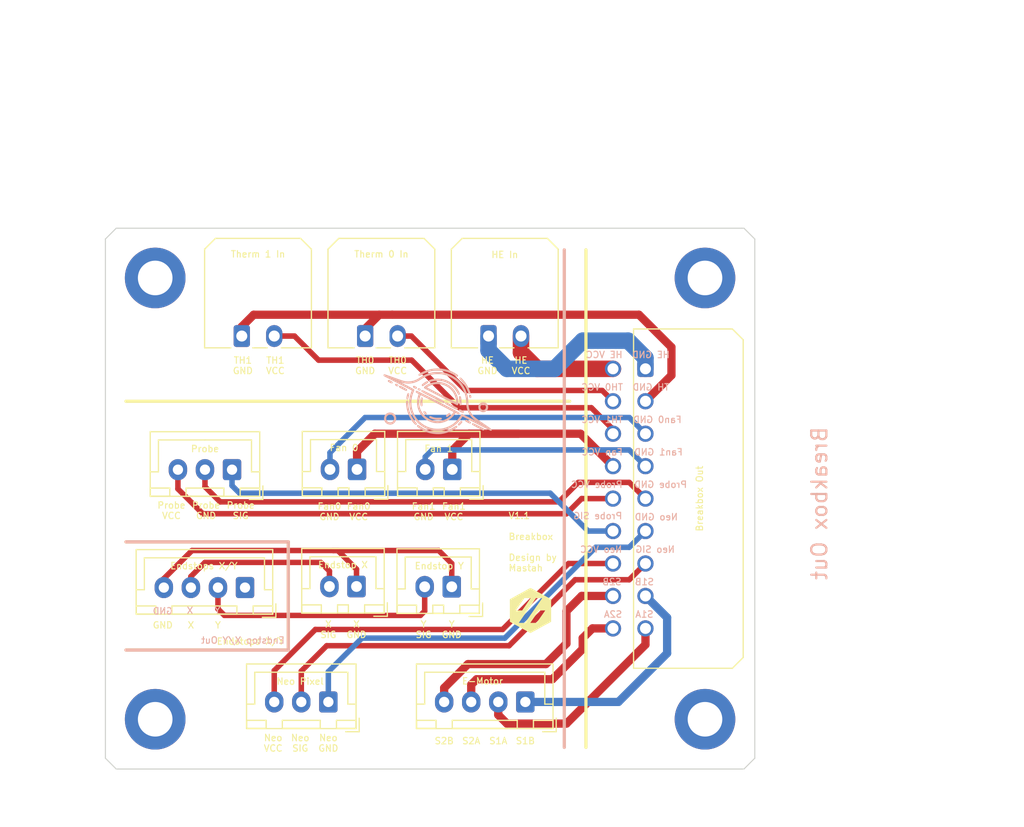
<source format=kicad_pcb>
(kicad_pcb (version 20211014) (generator pcbnew)
  (layers (0 "F.Cu" signal) (31 "B.Cu" signal) (34 "B.Paste" user) (35 "F.Paste" user) (36 "B.SilkS" user "B.Silkscreen") (37 "F.SilkS" user "F.Silkscreen") (38 "B.Mask" user) (39 "F.Mask" user) (44 "Edge.Cuts" user))
  (net 0 "")
  (footprint "MountingHole:MountingHole_3.2mm_M3_DIN965_Pad" (layer "F.Cu") (at 54.7 95.4)
    (fp_text reference "REF**" hide)
    (fp_text value "MountingHole_3.2mm_M3_DIN965_Pad")
    (pad "1" thru_hole circle (at 0 0) (size 5.6 5.6) (drill 3.2) (layers *.Cu *.Mask))
  )
  (footprint "MountingHole:MountingHole_3.2mm_M3_DIN965_Pad" (layer "F.Cu") (at 105.5 54.6)
    (fp_text reference "REF**" hide)
    (fp_text value "MountingHole_3.2mm_M3_DIN965_Pad")
    (pad "1" thru_hole circle (at 0 0) (size 5.6 5.6) (drill 3.2) (layers *.Cu *.Mask))
  )
  (footprint "Connector_Molex:Molex_Micro-Fit_3.0_43045-1800_2x09_P3.00mm_Horizontal" (layer "F.Cu") (at 100 63 -90)
    (fp_text reference "Breakbox Out" (at 12 -5 90) (layer "F.SilkS") (effects (font (size 0.6 0.6) (thickness 0.1))))
    (fp_text value "Molex_Micro-Fit_3.0_43045-1800_2x09_P3.00mm_Horizontal")
    (pad "" np_thru_hole circle (at 21.86 -4.32 270) (size 3 3) (drill 3) (layers *.Cu *.Mask))
    (pad "" np_thru_hole circle (at 2.16 -4.32 270) (size 3 3) (drill 3) (layers *.Cu *.Mask))
    (pad "1" thru_hole roundrect (at 0 0 270) (size 1.5 1.5) (drill 1.02) (layers *.Cu *.Mask) (roundrect_rratio 0.1666673333))
    (pad "2" thru_hole circle (at 3 0 270) (size 1.5 1.5) (drill 1.02) (layers *.Cu *.Mask))
    (pad "3" thru_hole circle (at 6 0 270) (size 1.5 1.5) (drill 1.02) (layers *.Cu *.Mask))
    (pad "4" thru_hole circle (at 9 0 270) (size 1.5 1.5) (drill 1.02) (layers *.Cu *.Mask))
    (pad "5" thru_hole circle (at 12 0 270) (size 1.5 1.5) (drill 1.02) (layers *.Cu *.Mask))
    (pad "6" thru_hole circle (at 15 0 270) (size 1.5 1.5) (drill 1.02) (layers *.Cu *.Mask))
    (pad "7" thru_hole circle (at 18 0 270) (size 1.5 1.5) (drill 1.02) (layers *.Cu *.Mask))
    (pad "8" thru_hole circle (at 21 0 270) (size 1.5 1.5) (drill 1.02) (layers *.Cu *.Mask))
    (pad "9" thru_hole circle (at 24 0 270) (size 1.5 1.5) (drill 1.02) (layers *.Cu *.Mask))
    (pad "10" thru_hole circle (at 0 3 270) (size 1.5 1.5) (drill 1.02) (layers *.Cu *.Mask))
    (pad "11" thru_hole circle (at 3 3 270) (size 1.5 1.5) (drill 1.02) (layers *.Cu *.Mask))
    (pad "12" thru_hole circle (at 6 3 270) (size 1.5 1.5) (drill 1.02) (layers *.Cu *.Mask))
    (pad "13" thru_hole circle (at 9 3 270) (size 1.5 1.5) (drill 1.02) (layers *.Cu *.Mask))
    (pad "14" thru_hole circle (at 12 3 270) (size 1.5 1.5) (drill 1.02) (layers *.Cu *.Mask))
    (pad "15" thru_hole circle (at 15 3 270) (size 1.5 1.5) (drill 1.02) (layers *.Cu *.Mask))
    (pad "16" thru_hole circle (at 18 3 270) (size 1.5 1.5) (drill 1.02) (layers *.Cu *.Mask))
    (pad "17" thru_hole circle (at 21 3 270) (size 1.5 1.5) (drill 1.02) (layers *.Cu *.Mask))
    (pad "18" thru_hole circle (at 24 3 270) (size 1.5 1.5) (drill 1.02) (layers *.Cu *.Mask))
  )
  (footprint "Connector_JST:JST_XH_B3B-XH-A_1x03_P2.50mm_Vertical" (layer "F.Cu") (at 70.7 93.8 180)
    (fp_text reference "Neo Pixel" (at 2.6 1.9) (layer "F.SilkS") (effects (font (size 0.6 0.6) (thickness 0.1))))
    (fp_text value "JST_XH_B3B-XH-A_1x03_P2.50mm_Vertical")
    (pad "1" thru_hole roundrect (at 0 0 180) (size 1.7 1.95) (drill 0.95) (layers *.Cu *.Mask) (roundrect_rratio 0.1470588235))
    (pad "2" thru_hole oval (at 2.5 0 180) (size 1.7 1.95) (drill 0.95) (layers *.Cu *.Mask))
    (pad "3" thru_hole oval (at 5 0 180) (size 1.7 1.95) (drill 0.95) (layers *.Cu *.Mask))
  )
  (footprint "Connector_JST:JST_XH_B2B-XH-A_1x02_P2.50mm_Vertical" (layer "F.Cu") (at 82.15 72.3 180)
    (fp_text reference "Fan 1" (at 1.25 1.925) (layer "F.SilkS") (effects (font (size 0.6 0.6) (thickness 0.1))))
    (fp_text value "JST_XH_B2B-XH-A_1x02_P2.50mm_Vertical")
    (pad "1" thru_hole roundrect (at 0 0 180) (size 1.7 2) (drill 1) (layers *.Cu *.Mask) (roundrect_rratio 0.1470588235))
    (pad "2" thru_hole oval (at 2.5 0 180) (size 1.7 2) (drill 1) (layers *.Cu *.Mask))
  )
  (footprint "MountingHole:MountingHole_3.2mm_M3_DIN965_Pad" (layer "F.Cu") (at 54.7 54.6)
    (fp_text reference "REF**" hide)
    (fp_text value "MountingHole_3.2mm_M3_DIN965_Pad")
    (pad "1" thru_hole circle (at 0 0) (size 5.6 5.6) (drill 3.2) (layers *.Cu *.Mask))
  )
  (footprint "Connector_Molex:Molex_Micro-Fit_3.0_43650-0200_1x02_P3.00mm_Horizontal" (layer "F.Cu") (at 74.1 59.97)
    (fp_text reference "Therm 0 In" (at 1.5 -7.57) (layer "F.SilkS") (effects (font (size 0.6 0.6) (thickness 0.1))))
    (fp_text value "Molex_Micro-Fit_3.0_43650-0200_1x02_P3.00mm_Horizontal")
    (pad "" np_thru_hole circle (at 1.5 -4.32) (size 3 3) (drill 3) (layers *.Cu *.Mask))
    (pad "1" thru_hole roundrect (at 0 0) (size 1.5 2.02) (drill 1.02) (layers *.Cu *.Mask) (roundrect_rratio 0.1666673333))
    (pad "2" thru_hole oval (at 3 0) (size 1.5 2.02) (drill 1.02) (layers *.Cu *.Mask))
  )
  (footprint "Connector_JST:JST_XH_B3B-XH-A_1x03_P2.50mm_Vertical" (layer "F.Cu") (at 61.8 72.325 180)
    (fp_text reference "Probe" (at 2.5 1.925) (layer "F.SilkS") (effects (font (size 0.6 0.6) (thickness 0.1))))
    (fp_text value "JST_XH_B3B-XH-A_1x03_P2.50mm_Vertical")
    (pad "1" thru_hole roundrect (at 0 0 180) (size 1.7 1.95) (drill 0.95) (layers *.Cu *.Mask) (roundrect_rratio 0.1470588235))
    (pad "2" thru_hole oval (at 2.5 0 180) (size 1.7 1.95) (drill 0.95) (layers *.Cu *.Mask))
    (pad "3" thru_hole oval (at 5 0 180) (size 1.7 1.95) (drill 0.95) (layers *.Cu *.Mask))
  )
  (footprint "Connector_JST:JST_XH_B2B-XH-A_1x02_P2.50mm_Vertical" (layer "F.Cu") (at 82.1 83.15 180)
    (fp_text reference "Endstop Y" (at 1.15 1.925) (layer "F.SilkS") (effects (font (size 0.6 0.6) (thickness 0.1))))
    (fp_text value "JST_XH_B2B-XH-A_1x02_P2.50mm_Vertical")
    (pad "1" thru_hole roundrect (at 0 0 180) (size 1.7 2) (drill 1) (layers *.Cu *.Mask) (roundrect_rratio 0.1470588235))
    (pad "2" thru_hole oval (at 2.5 0 180) (size 1.7 2) (drill 1) (layers *.Cu *.Mask))
  )
  (footprint "Connector_Molex:Molex_Micro-Fit_3.0_43650-0200_1x02_P3.00mm_Horizontal" (layer "F.Cu") (at 62.7 59.97)
    (fp_text reference "Therm 1 In" (at 1.5 -7.57) (layer "F.SilkS") (effects (font (size 0.6 0.6) (thickness 0.1))))
    (fp_text value "Molex_Micro-Fit_3.0_43650-0200_1x02_P3.00mm_Horizontal")
    (pad "" np_thru_hole circle (at 1.5 -4.32) (size 3 3) (drill 3) (layers *.Cu *.Mask))
    (pad "1" thru_hole roundrect (at 0 0) (size 1.5 2.02) (drill 1.02) (layers *.Cu *.Mask) (roundrect_rratio 0.1666673333))
    (pad "2" thru_hole oval (at 3 0) (size 1.5 2.02) (drill 1.02) (layers *.Cu *.Mask))
  )
  (footprint "Connector_JST:JST_XH_B4B-XH-A_1x04_P2.50mm_Vertical" (layer "F.Cu") (at 88.9 93.8 180)
    (fp_text reference "E-Motor" (at 3.95 1.925) (layer "F.SilkS") (effects (font (size 0.6 0.6) (thickness 0.1))))
    (fp_text value "JST_XH_B4B-XH-A_1x04_P2.50mm_Vertical")
    (pad "1" thru_hole roundrect (at 0 0 180) (size 1.7 1.95) (drill 0.95) (layers *.Cu *.Mask) (roundrect_rratio 0.1470588235))
    (pad "2" thru_hole oval (at 2.5 0 180) (size 1.7 1.95) (drill 0.95) (layers *.Cu *.Mask))
    (pad "3" thru_hole oval (at 5 0 180) (size 1.7 1.95) (drill 0.95) (layers *.Cu *.Mask))
    (pad "4" thru_hole oval (at 7.5 0 180) (size 1.7 1.95) (drill 0.95) (layers *.Cu *.Mask))
  )
  (footprint "Connector_Molex:Molex_Micro-Fit_3.0_43650-0200_1x02_P3.00mm_Horizontal" (layer "F.Cu") (at 85.5 59.97)
    (fp_text reference "HE In" (at 1.5 -7.52) (layer "F.SilkS") (effects (font (size 0.6 0.6) (thickness 0.1))))
    (fp_text value "Molex_Micro-Fit_3.0_43650-0200_1x02_P3.00mm_Horizontal")
    (pad "" np_thru_hole circle (at 1.5 -4.32) (size 3 3) (drill 3) (layers *.Cu *.Mask))
    (pad "1" thru_hole roundrect (at 0 0) (size 1.5 2.02) (drill 1.02) (layers *.Cu *.Mask) (roundrect_rratio 0.1666673333))
    (pad "2" thru_hole oval (at 3 0) (size 1.5 2.02) (drill 1.02) (layers *.Cu *.Mask))
  )
  (footprint "MountingHole:MountingHole_3.2mm_M3_DIN965_Pad" (layer "F.Cu") (at 105.5 95.4)
    (fp_text reference "REF**" hide)
    (fp_text value "MountingHole_3.2mm_M3_DIN965_Pad")
    (pad "1" thru_hole circle (at 0 0) (size 5.6 5.6) (drill 3.2) (layers *.Cu *.Mask))
  )
  (footprint "Connector_JST:JST_XH_B4B-XH-A_1x04_P2.50mm_Vertical" (layer "F.Cu") (at 63 83.225 180)
    (fp_text reference "Endstops X/Y" (at 3.8 2) (layer "F.SilkS") (effects (font (size 0.6 0.6) (thickness 0.1))))
    (fp_text value "JST_XH_B4B-XH-A_1x04_P2.50mm_Vertical")
    (pad "1" thru_hole roundrect (at 0 0 180) (size 1.7 1.95) (drill 0.95) (layers *.Cu *.Mask) (roundrect_rratio 0.1470588235))
    (pad "2" thru_hole oval (at 2.5 0 180) (size 1.7 1.95) (drill 0.95) (layers *.Cu *.Mask))
    (pad "3" thru_hole oval (at 5 0 180) (size 1.7 1.95) (drill 0.95) (layers *.Cu *.Mask))
    (pad "4" thru_hole oval (at 7.5 0 180) (size 1.7 1.95) (drill 0.95) (layers *.Cu *.Mask))
  )
  (footprint "Connector_JST:JST_XH_B2B-XH-A_1x02_P2.50mm_Vertical" (layer "F.Cu") (at 73.35 72.3 180)
    (fp_text reference "Fan 0" (at 1.2 2) (layer "F.SilkS") (effects (font (size 0.6 0.6) (thickness 0.1))))
    (fp_text value "JST_XH_B2B-XH-A_1x02_P2.50mm_Vertical")
    (pad "1" thru_hole roundrect (at 0 0 180) (size 1.7 2) (drill 1) (layers *.Cu *.Mask) (roundrect_rratio 0.1470588235))
    (pad "2" thru_hole oval (at 2.5 0 180) (size 1.7 2) (drill 1) (layers *.Cu *.Mask))
  )
  (footprint "voron_logo:voron_logo_5x5_negatif" (layer "F.Cu") (at 89.4 85.3)
    (fp_text reference "G***" hide)
    (fp_text value "LOGO" hide)
  )
  (footprint "Connector_JST:JST_XH_B2B-XH-A_1x02_P2.50mm_Vertical" (layer "F.Cu") (at 73.3 83.125 180)
    (fp_text reference "Endstop X" (at 1.25 2) (layer "F.SilkS") (effects (font (size 0.6 0.6) (thickness 0.1))))
    (fp_text value "JST_XH_B2B-XH-A_1x02_P2.50mm_Vertical")
    (pad "1" thru_hole roundrect (at 0 0 180) (size 1.7 2) (drill 1) (layers *.Cu *.Mask) (roundrect_rratio 0.1470588235))
    (pad "2" thru_hole oval (at 2.5 0 180) (size 1.7 2) (drill 1) (layers *.Cu *.Mask))
  )
  (footprint "voron_logo:black_hole_10x10" (layer "B.Cu") (at 80.8 66 180)
    (fp_text reference "G***" hide)
    (fp_text value "LOGO" hide)
  )
  (gr_line (start 52 79) (end 67 79) (layer "B.SilkS") (width 0.3))
  (gr_line (start 92.5 52) (end 92.5 98) (layer "B.SilkS") (width 0.3))
  (gr_line (start 67 89) (end 52 89) (layer "B.SilkS") (width 0.3))
  (gr_line (start 67 79) (end 67 89) (layer "B.SilkS") (width 0.3))
  (gr_line (start 67 89) (end 52 89) (layer "F.SilkS") (width 0.3))
  (gr_line (start 52 79) (end 67 79) (layer "F.SilkS") (width 0.3))
  (gr_line (start 52 66) (end 93 66) (layer "F.SilkS") (width 0.3))
  (gr_line (start 94.5 52) (end 94.5 98) (layer "F.SilkS") (width 0.3))
  (gr_line (start 67 79) (end 67 89) (layer "F.SilkS") (width 0.3))
  (gr_line (start 51.1 100) (end 50.1 99) (layer "Edge.Cuts") (width 0.1))
  (gr_line (start 50.1 99) (end 50.1 51) (layer "Edge.Cuts") (width 0.1))
  (gr_line (start 109.1 50) (end 110.1 51) (layer "Edge.Cuts") (width 0.1))
  (gr_line (start 109.1 100) (end 51.1 100) (layer "Edge.Cuts") (width 0.1))
  (gr_line (start 50.1 51) (end 51.1 50) (layer "Edge.Cuts") (width 0.1))
  (gr_line (start 110.1 51) (end 110.1 99) (layer "Edge.Cuts") (width 0.1))
  (gr_line (start 51.1 50) (end 109.1 50) (layer "Edge.Cuts") (width 0.1))
  (gr_line (start 110.1 99) (end 109.1 100) (layer "Edge.Cuts") (width 0.1))
  (gr_text "TH1 VCC" (at 96 67.7) (layer "B.SilkS") (effects (font (size 0.6 0.6) (thickness 0.1)) (justify mirror)))
  (gr_text "Y" (at 60.452 85.344) (layer "B.SilkS") (effects (font (size 0.6 0.6) (thickness 0.1)) (justify mirror)))
  (gr_text "Probe GND" (at 101.4 73.7) (layer "B.SilkS") (effects (font (size 0.6 0.6) (thickness 0.1)) (justify mirror)))
  (gr_text "Fan VCC" (at 96 70.7) (layer "B.SilkS") (effects (font (size 0.6 0.6) (thickness 0.1)) (justify mirror)))
  (gr_text "Probe VCC" (at 95.5 73.7) (layer "B.SilkS") (effects (font (size 0.6 0.6) (thickness 0.1)) (justify mirror)))
  (gr_text "Neo GND" (at 101 76.7) (layer "B.SilkS") (effects (font (size 0.6 0.6) (thickness 0.1)) (justify mirror)))
  (gr_text "TH GND" (at 100.5 64.7) (layer "B.SilkS") (effects (font (size 0.6 0.6) (thickness 0.1)) (justify mirror)))
  (gr_text "S2A" (at 97 85.7) (layer "B.SilkS") (effects (font (size 0.6 0.6) (thickness 0.1)) (justify mirror)))
  (gr_text "TH0 VCC" (at 96 64.7) (layer "B.SilkS") (effects (font (size 0.6 0.6) (thickness 0.1)) (justify mirror)))
  (gr_text "Fan1 GND" (at 101.2 70.7) (layer "B.SilkS") (effects (font (size 0.6 0.6) (thickness 0.1)) (justify mirror)))
  (gr_text "GND" (at 55.4 85.4) (layer "B.SilkS") (effects (font (size 0.6 0.6) (thickness 0.1)) (justify mirror)))
  (gr_text "Breakbox Out" (at 116.078 75.438 90) (layer "B.SilkS") (effects (font (size 1.4 1.4) (thickness 0.2)) (justify mirror)))
  (gr_text "Probe SIG" (at 95.6 76.6) (layer "B.SilkS") (effects (font (size 0.6 0.6) (thickness 0.1)) (justify mirror)))
  (gr_text "S1B" (at 99.9 82.7) (layer "B.SilkS") (effects (font (size 0.6 0.6) (thickness 0.1)) (justify mirror)))
  (gr_text "S1A" (at 99.9 85.7) (layer "B.SilkS") (effects (font (size 0.6 0.6) (thickness 0.1)) (justify mirror)))
  (gr_text "X" (at 57.912 85.344) (layer "B.SilkS") (effects (font (size 0.6 0.6) (thickness 0.1)) (justify mirror)))
  (gr_text "Endstop X/Y Out" (at 62.8 88.1) (layer "B.SilkS") (effects (font (size 0.6 0.6) (thickness 0.1)) (justify mirror)))
  (gr_text "HE VCC" (at 96.2 61.7) (layer "B.SilkS") (effects (font (size 0.6 0.6) (thickness 0.1)) (justify mirror)))
  (gr_text "S2B" (at 96.9 82.7) (layer "B.SilkS") (effects (font (size 0.6 0.6) (thickness 0.1)) (justify mirror)))
  (gr_text "Neo SIG" (at 100.9 79.7) (layer "B.SilkS") (effects (font (size 0.6 0.6) (thickness 0.1)) (justify mirror)))
  (gr_text "Neo VCC" (at 95.9 79.7) (layer "B.SilkS") (effects (font (size 0.6 0.6) (thickness 0.1)) (justify mirror)))
  (gr_text "HE GND" (at 100.5 61.7) (layer "B.SilkS") (effects (font (size 0.6 0.6) (thickness 0.1)) (justify mirror)))
  (gr_text "Fan0 GND" (at 101.1 67.7) (layer "B.SilkS") (effects (font (size 0.6 0.6) (thickness 0.1)) (justify mirror)))
  (gr_text "Endstops X/Y" (at 63.5 88.2) (layer "F.SilkS") (effects (font (size 0.6 0.6) (thickness 0.1))))
  (gr_text "X\nGND" (at 73.3 87.1) (layer "F.SilkS") (effects (font (size 0.6 0.6) (thickness 0.1))))
  (gr_text "TH1\nGND" (at 62.8 62.7) (layer "F.SilkS") (effects (font (size 0.6 0.6) (thickness 0.1))))
  (gr_text "V1.1\n\nBreakbox\n\nDesign by\nMastah" (at 87.3 79) (layer "F.SilkS") (effects (font (size 0.6 0.6) (thickness 0.1)) (justify left)))
  (gr_text "Neo\nVCC" (at 65.6 97.6) (layer "F.SilkS") (effects (font (size 0.6 0.6) (thickness 0.1))))
  (gr_text "Probe\nVCC" (at 56.2 76.1) (layer "F.SilkS") (effects (font (size 0.6 0.6) (thickness 0.1))))
  (gr_text "Y\nGND" (at 82.1 87.1) (layer "F.SilkS") (effects (font (size 0.6 0.6) (thickness 0.1))))
  (gr_text "HE\nGND" (at 85.4 62.7) (layer "F.SilkS") (effects (font (size 0.6 0.6) (thickness 0.1))))
  (gr_text "Fan0\nVCC" (at 73.5 76.2) (layer "F.SilkS") (effects (font (size 0.6 0.6) (thickness 0.1))))
  (gr_text "HE\nVCC" (at 88.5 62.7) (layer "F.SilkS") (effects (font (size 0.6 0.6) (thickness 0.1))))
  (gr_text "X\nSIG" (at 70.7 87.1) (layer "F.SilkS") (effects (font (size 0.6 0.6) (thickness 0.1))))
  (gr_text "TH0\nGND" (at 74.1 62.7) (layer "F.SilkS") (effects (font (size 0.6 0.6) (thickness 0.1))))
  (gr_text "TH1\nVCC" (at 65.8 62.7) (layer "F.SilkS") (effects (font (size 0.6 0.6) (thickness 0.1))))
  (gr_text "S1B" (at 88.9 97.4) (layer "F.SilkS") (effects (font (size 0.6 0.6) (thickness 0.1))))
  (gr_text "S1A" (at 86.4 97.4) (layer "F.SilkS") (effects (font (size 0.6 0.6) (thickness 0.1))))
  (gr_text "Neo\nSIG" (at 68.1 97.6) (layer "F.SilkS") (effects (font (size 0.6 0.6) (thickness 0.1))))
  (gr_text "Y\nSIG" (at 79.5 87.1) (layer "F.SilkS") (effects (font (size 0.6 0.6) (thickness 0.1))))
  (gr_text "TH0\nVCC" (at 77.1 62.7) (layer "F.SilkS") (effects (font (size 0.6 0.6) (thickness 0.1))))
  (gr_text "S2B" (at 81.4 97.4) (layer "F.SilkS") (effects (font (size 0.6 0.6) (thickness 0.1))))
  (gr_text "GND" (at 55.4 86.7) (layer "F.SilkS") (effects (font (size 0.6 0.6) (thickness 0.1))))
  (gr_text "S2A" (at 83.9 97.4) (layer "F.SilkS") (effects (font (size 0.6 0.6) (thickness 0.1))))
  (gr_text "Neo\nGND" (at 70.7 97.6) (layer "F.SilkS") (effects (font (size 0.6 0.6) (thickness 0.1))))
  (gr_text "Y" (at 60.5 86.7) (layer "F.SilkS") (effects (font (size 0.6 0.6) (thickness 0.1))))
  (gr_text "Fan0\nGND" (at 70.8 76.2) (layer "F.SilkS") (effects (font (size 0.6 0.6) (thickness 0.1))))
  (gr_text "Probe\nSIG" (at 62.6 76.1) (layer "F.SilkS") (effects (font (size 0.6 0.6) (thickness 0.1))))
  (gr_text "X" (at 58 86.7) (layer "F.SilkS") (effects (font (size 0.6 0.6) (thickness 0.1))))
  (gr_text "Fan1\nGND" (at 79.5 76.2) (layer "F.SilkS") (effects (font (size 0.6 0.6) (thickness 0.1))))
  (gr_text "Probe\nGND" (at 59.4 76.1) (layer "F.SilkS") (effects (font (size 0.6 0.6) (thickness 0.1))))
  (gr_text "Fan1\nVCC" (at 82.3 76.2) (layer "F.SilkS") (effects (font (size 0.6 0.6) (thickness 0.1))))
  (segment (start 102.4 61) (end 102.4 63.6) (width 0.762) (layer "F.Cu") (net 0))
  (segment (start 69.5 87.1) (end 86.8 87.1) (width 0.508) (layer "F.Cu") (net 0))
  (segment (start 74.1 59.97) (end 74.1 59.3) (width 0.762) (layer "F.Cu") (net 0))
  (segment (start 93.8 73.5) (end 98.5 73.5) (width 0.508) (layer "F.Cu") (net 0))
  (segment (start 94.1 75) (end 97 75) (width 0.508) (layer "F.Cu") (net 0))
  (segment (start 78.4 62.2) (end 82.8 66.6) (width 0.508) (layer "F.Cu") (net 0))
  (segment (start 77.1 59.97) (end 78.37 59.97) (width 0.508) (layer "F.Cu") (net 0))
  (segment (start 92.7 88.4) (end 92.7 85.4) (width 0.762) (layer "F.Cu") (net 0))
  (segment (start 79.6 85.4) (end 79.2 85.8) (width 0.508) (layer "F.Cu") (net 0))
  (segment (start 83.9 93.8) (end 83.9 92.2) (width 0.762) (layer "F.Cu") (net 0))
  (segment (start 94.2 87.9) (end 95.1 87) (width 0.762) (layer "F.Cu") (net 0))
  (segment (start 84.4 91.7) (end 91.4 91.7) (width 0.762) (layer "F.Cu") (net 0))
  (segment (start 92 75.3) (end 93.8 73.5) (width 0.508) (layer "F.Cu") (net 0))
  (segment (start 59.3 72.325) (end 59.3 73.9) (width 0.508) (layer "F.Cu") (net 0))
  (segment (start 100 88.5) (end 100 87) (width 0.762) (layer "F.Cu") (net 0))
  (segment (start 86.8 87.1) (end 92.9 81) (width 0.508) (layer "F.Cu") (net 0))
  (segment (start 102.4 63.6) (end 100 66) (width 0.762) (layer "F.Cu") (net 0))
  (segment (start 73.3 83.125) (end 73.3 81.525) (width 0.508) (layer "F.Cu") (net 0))
  (segment (start 90 63) (end 97 63) (width 1.524) (layer "F.Cu") (net 0))
  (segment (start 76.6 58) (end 99.4 58) (width 0.762) (layer "F.Cu") (net 0))
  (segment (start 78.37 59.97) (end 83.4 65) (width 0.508) (layer "F.Cu") (net 0))
  (segment (start 73.35 72.3) (end 73.35 70.65) (width 0.762) (layer "F.Cu") (net 0))
  (segment (start 87.2 95.8) (end 92.7 95.8) (width 0.762) (layer "F.Cu") (net 0))
  (segment (start 88.5 59.97) (end 88.5 61.5) (width 1.524) (layer "F.Cu") (net 0))
  (segment (start 59.3 73.9) (end 60.7 75.3) (width 0.508) (layer "F.Cu") (net 0))
  (segment (start 81.4 93.8) (end 81.4 92.5) (width 0.762) (layer "F.Cu") (net 0))
  (segment (start 92.7 85.4) (end 94.1 84) (width 0.762) (layer "F.Cu") (net 0))
  (segment (start 73.35 70.65) (end 75 69) (width 0.762) (layer "F.Cu") (net 0))
  (segment (start 62.7 59.1) (end 63.8 58) (width 0.762) (layer "F.Cu") (net 0))
  (segment (start 68.2 90.95) (end 70.55 88.6) (width 0.508) (layer "F.Cu") (net 0))
  (segment (start 95.1 87) (end 97 87) (width 0.762) (layer "F.Cu") (net 0))
  (segment (start 83.7 69) (end 88.3 69) (width 0.762) (layer "F.Cu") (net 0))
  (segment (start 97 68.6) (end 97 69) (width 0.508) (layer "F.Cu") (net 0))
  (segment (start 83.4 65) (end 96 65) (width 0.508) (layer "F.Cu") (net 0))
  (segment (start 62.7 59.97) (end 62.7 59.1) (width 0.762) (layer "F.Cu") (net 0))
  (segment (start 86.4 93.8) (end 86.4 95) (width 0.762) (layer "F.Cu") (net 0))
  (segment (start 92.7 95.8) (end 100 88.5) (width 0.762) (layer "F.Cu") (net 0))
  (segment (start 94.1 84) (end 97 84) (width 0.762) (layer "F.Cu") (net 0))
  (segment (start 98.5 73.5) (end 100 75) (width 0.508) (layer "F.Cu") (net 0))
  (segment (start 56.8 72.325) (end 56.8 74.1) (width 0.508) (layer "F.Cu") (net 0))
  (segment (start 60.5 85.2) (end 60.5 83.225) (width 0.508) (layer "F.Cu") (net 0))
  (segment (start 93.5 82.5) (end 98.5 82.5) (width 0.508) (layer "F.Cu") (net 0))
  (segment (start 83.6 90.3) (end 90.8 90.3) (width 0.762) (layer "F.Cu") (net 0))
  (segment (start 87.4 88.6) (end 93.5 82.5) (width 0.508) (layer "F.Cu") (net 0))
  (segment (start 83.9 92.2) (end 84.4 91.7) (width 0.762) (layer "F.Cu") (net 0))
  (segment (start 63.8 58) (end 76.6 58) (width 0.762) (layer "F.Cu") (net 0))
  (segment (start 92.7 76.4) (end 94.1 75) (width 0.508) (layer "F.Cu") (net 0))
  (segment (start 90.8 90.3) (end 92.7 88.4) (width 0.762) (layer "F.Cu") (net 0))
  (segment (start 92.9 81) (end 97 81) (width 0.508) (layer "F.Cu") (net 0))
  (segment (start 56.8 74.1) (end 59.1 76.4) (width 0.508) (layer "F.Cu") (net 0))
  (segment (start 82.15 70.55) (end 83.7 69) (width 0.762) (layer "F.Cu") (net 0))
  (segment (start 82.15 72.3) (end 82.15 70.55) (width 0.762) (layer "F.Cu") (net 0))
  (segment (start 69.8 62.2) (end 78.4 62.2) (width 0.508) (layer "F.Cu") (net 0))
  (segment (start 71.15 79.8) (end 80.9 79.8) (width 0.508) (layer "F.Cu") (net 0))
  (segment (start 70.55 88.6) (end 87.4 88.6) (width 0.508) (layer "F.Cu") (net 0))
  (segment (start 74.1 59.3) (end 75.4 58) (width 0.762) (layer "F.Cu") (net 0))
  (segment (start 99.4 58) (end 102.4 61) (width 0.762) (layer "F.Cu") (net 0))
  (segment (start 80.9 79.8) (end 82.1 81) (width 0.508) (layer "F.Cu") (net 0))
  (segment (start 59.1 76.4) (end 92.7 76.4) (width 0.508) (layer "F.Cu") (net 0))
  (segment (start 70.8 81.7) (end 70 80.9) (width 0.508) (layer "F.Cu") (net 0))
  (segment (start 55.5 82.4) (end 55.5 83.225) (width 0.508) (layer "F.Cu") (net 0))
  (segment (start 61.1 85.8) (end 60.5 85.2) (width 0.508) (layer "F.Cu") (net 0))
  (segment (start 60.7 75.3) (end 92 75.3) (width 0.508) (layer "F.Cu") (net 0))
  (segment (start 65.7 59.97) (end 67.57 59.97) (width 0.508) (layer "F.Cu") (net 0))
  (segment (start 71.575 79.8) (end 71.15 79.8) (width 0.508) (layer "F.Cu") (net 0))
  (segment (start 86.4 95) (end 87.2 95.8) (width 0.762) (layer "F.Cu") (net 0))
  (segment (start 91.4 91.7) (end 94.2 88.9) (width 0.762) (layer "F.Cu") (net 0))
  (segment (start 82.8 66.6) (end 95 66.6) (width 0.508) (layer "F.Cu") (net 0))
  (segment (start 79.6 83.15) (end 79.6 85.4) (width 0.508) (layer "F.Cu") (net 0))
  (segment (start 94.2 88.9) (end 94.2 87.9) (width 0.762) (layer "F.Cu") (net 0))
  (segment (start 58.1 79.8) (end 55.5 82.4) (width 0.508) (layer "F.Cu") (net 0))
  (segment (start 68.2 93.8) (end 68.2 90.95) (width 0.508) (layer "F.Cu") (net 0))
  (segment (start 65.7 93.8) (end 65.7 90.9) (width 0.508) (layer "F.Cu") (net 0))
  (segment (start 82.1 81) (end 82.1 83.15) (width 0.508) (layer "F.Cu") (net 0))
  (segment (start 94 69) (end 97 72) (width 0.762) (layer "F.Cu") (net 0))
  (segment (start 75 69) (end 94 69) (width 0.762) (layer "F.Cu") (net 0))
  (segment (start 70.8 83.125) (end 70.8 81.7) (width 0.508) (layer "F.Cu") (net 0))
  (segment (start 58 82.2) (end 58 83.225) (width 0.508) (layer "F.Cu") (net 0))
  (segment (start 88.5 61.5) (end 90 63) (width 1.524) (layer "F.Cu") (net 0))
  (segment (start 96 65) (end 97 66) (width 0.508) (layer "F.Cu") (net 0))
  (segment (start 59.3 80.9) (end 58 82.2) (width 0.508) (layer "F.Cu") (net 0))
  (segment (start 98.5 82.5) (end 100 81) (width 0.508) (layer "F.Cu") (net 0))
  (segment (start 81.4 92.5) (end 83.6 90.3) (width 0.762) (layer "F.Cu") (net 0))
  (segment (start 95 66.6) (end 97 68.6) (width 0.508) (layer "F.Cu") (net 0))
  (segment (start 79.2 85.8) (end 61.1 85.8) (width 0.508) (layer "F.Cu") (net 0))
  (segment (start 71.15 79.8) (end 58.1 79.8) (width 0.508) (layer "F.Cu") (net 0))
  (segment (start 65.7 90.9) (end 69.5 87.1) (width 0.508) (layer "F.Cu") (net 0))
  (segment (start 67.57 59.97) (end 69.8 62.2) (width 0.508) (layer "F.Cu") (net 0))
  (segment (start 70 80.9) (end 59.3 80.9) (width 0.508) (layer "F.Cu") (net 0))
  (segment (start 73.3 81.525) (end 71.575 79.8) (width 0.508) (layer "F.Cu") (net 0))
  (segment (start 75.4 58) (end 76.6 58) (width 0.508) (layer "F.Cu") (net 0))
  (segment (start 95.4 79.5) (end 98.5 79.5) (width 0.508) (layer "B.Cu") (net 0))
  (segment (start 97.5 93.8) (end 102 89.3) (width 0.762) (layer "B.Cu") (net 0))
  (segment (start 80.3 70.5) (end 98.5 70.5) (width 0.508) (layer "B.Cu") (net 0))
  (segment (start 98.5 79.5) (end 100 78) (width 0.508) (layer "B.Cu") (net 0))
  (segment (start 62.5 74.5) (end 91.2 74.5) (width 0.508) (layer "B.Cu") (net 0))
  (segment (start 70.85 72.3) (end 70.85 70.75) (width 0.508) (layer "B.Cu") (net 0))
  (segment (start 94.2 60.4) (end 98.4 60.4) (width 1.524) (layer "B.Cu") (net 0))
  (segment (start 98.5 70.5) (end 100 72) (width 0.508) (layer "B.Cu") (net 0))
  (segment (start 61.8 73.8) (end 62.5 74.5) (width 0.508) (layer "B.Cu") (net 0))
  (segment (start 85.5 59.97) (end 85.5 61.3) (width 1.524) (layer "B.Cu") (net 0))
  (segment (start 102 89.3) (end 102 86) (width 0.762) (layer "B.Cu") (net 0))
  (segment (start 87 87.9) (end 95.4 79.5) (width 0.508) (layer "B.Cu") (net 0))
  (segment (start 102 86) (end 100 84) (width 0.762) (layer "B.Cu") (net 0))
  (segment (start 74.1 67.5) (end 98.5 67.5) (width 0.508) (layer "B.Cu") (net 0))
  (segment (start 73.8 87.9) (end 87 87.9) (width 0.508) (layer "B.Cu") (net 0))
  (segment (start 98.5 67.5) (end 100 69) (width 0.508) (layer "B.Cu") (net 0))
  (segment (start 87.2 63) (end 91.6 63) (width 1.524) (layer "B.Cu") (net 0))
  (segment (start 98.4 60.4) (end 100 62) (width 1.524) (layer "B.Cu") (net 0))
  (segment (start 70.7 93.8) (end 70.7 91) (width 0.508) (layer "B.Cu") (net 0))
  (segment (start 88.9 93.8) (end 97.5 93.8) (width 0.762) (layer "B.Cu") (net 0))
  (segment (start 70.85 70.75) (end 74.1 67.5) (width 0.508) (layer "B.Cu") (net 0))
  (segment (start 79.65 72.3) (end 79.65 71.15) (width 0.508) (layer "B.Cu") (net 0))
  (segment (start 85.5 61.3) (end 87.2 63) (width 1.524) (layer "B.Cu") (net 0))
  (segment (start 91.6 63) (end 94.2 60.4) (width 1.524) (layer "B.Cu") (net 0))
  (segment (start 100 62) (end 100 63) (width 1.524) (layer "B.Cu") (net 0))
  (segment (start 91.2 74.5) (end 94.7 78) (width 0.508) (layer "B.Cu") (net 0))
  (segment (start 79.65 71.15) (end 80.3 70.5) (width 0.508) (layer "B.Cu") (net 0))
  (segment (start 70.7 91) (end 73.8 87.9) (width 0.508) (layer "B.Cu") (net 0))
  (segment (start 94.7 78) (end 97 78) (width 0.508) (layer "B.Cu") (net 0))
  (segment (start 61.8 72.325) (end 61.8 73.8) (width 0.508) (layer "B.Cu") (net 0))
)
</source>
